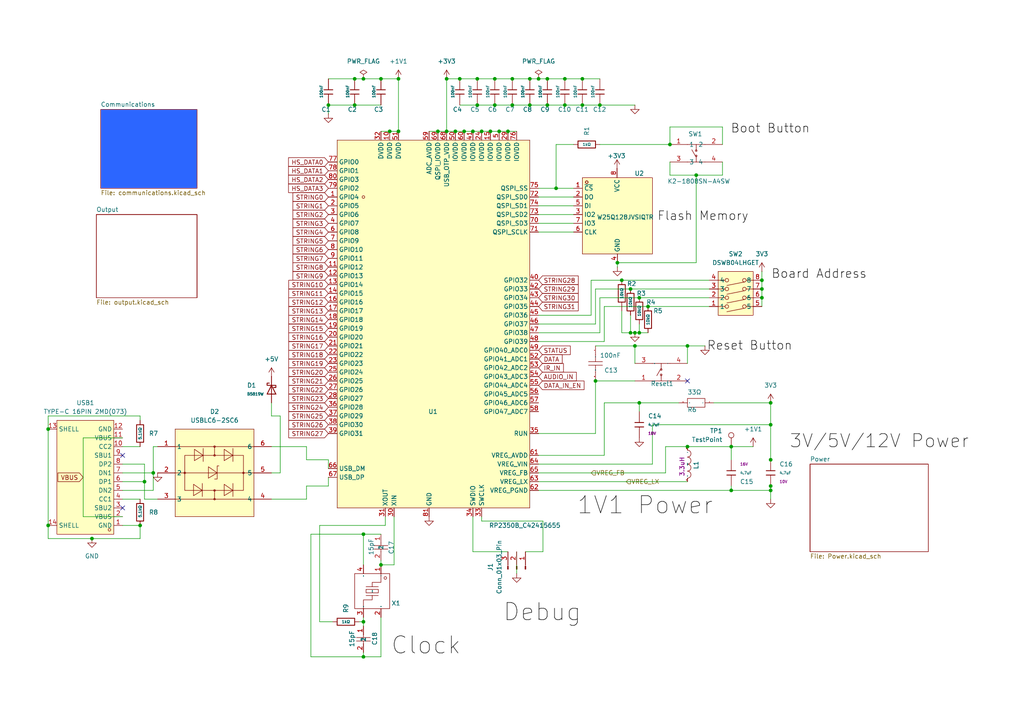
<source format=kicad_sch>
(kicad_sch (version 20250114) (generator "eeschema") (generator_version "9.0")
  (paper "A4")
  (text "Reset Button\n" (at 229.87 101.854 0) (effects (font (size 2.54 2.54)) (justify right bottom)))
  (text "Debug" (at 145.796 180.594 0) (effects (font (size 4.9784 4.9784)) (justify left bottom)))
  (text "Board Address" (at 251.46 81.026 0) (effects (font (size 2.54 2.54)) (justify right bottom)))
  (text "Boot Button\n" (at 234.95 38.862 0) (effects (font (size 2.54 2.54)) (justify right bottom)))
  (text "Clock" (at 113.284 190.246 0) (effects (font (size 4.9784 4.9784)) (justify left bottom)))
  (text "3V/5V/12V Power\n" (at 281.178 130.302 0) (effects (font (size 3.81 3.81)) (justify right bottom)))
  (text "Flash Memory" (at 217.17 64.262 0) (effects (font (size 2.54 2.54)) (justify right bottom)))
  (text "1V1 Power\n" (at 207.01 149.606 0) (effects (font (size 4.9784 4.9784)) (justify right bottom)))
  (junction (at 220.98 81.28))
  (junction (at 148.59 22.86))
  (junction (at 102.87 22.86))
  (junction (at 199.39 129.54))
  (junction (at 173.99 30.48))
  (junction (at 142.24 38.1))
  (junction (at 161.29 54.61))
  (junction (at 212.09 129.54))
  (junction (at 223.52 133.35))
  (junction (at 163.83 30.48))
  (junction (at 102.87 30.48))
  (junction (at 158.75 22.86))
  (junction (at 110.49 22.86))
  (junction (at 133.35 22.86))
  (junction (at 139.7 38.1))
  (junction (at 13.97 152.4))
  (junction (at 127 38.1))
  (junction (at 105.41 180.34))
  (junction (at 143.51 30.48))
  (junction (at 148.59 30.48))
  (junction (at 223.52 140.97))
  (junction (at 168.91 22.86))
  (junction (at 180.34 81.28))
  (junction (at 138.43 30.48))
  (junction (at 13.97 124.46))
  (junction (at 220.98 83.82))
  (junction (at 115.57 22.86))
  (junction (at 223.52 123.19))
  (junction (at 212.09 142.24))
  (junction (at 185.42 116.84))
  (junction (at 105.41 154.94))
  (junction (at 185.42 96.52))
  (junction (at 113.03 38.1))
  (junction (at 105.41 22.86))
  (junction (at 220.98 86.36))
  (junction (at 223.52 116.84))
  (junction (at 144.78 38.1))
  (junction (at 138.43 22.86))
  (junction (at 201.93 50.8))
  (junction (at 147.32 38.1))
  (junction (at 156.21 22.86))
  (junction (at 134.62 38.1))
  (junction (at 223.52 142.24))
  (junction (at 129.54 38.1))
  (junction (at 168.91 30.48))
  (junction (at 194.31 41.91))
  (junction (at 95.25 30.48))
  (junction (at 137.16 38.1))
  (junction (at 129.54 22.86))
  (junction (at 185.42 86.36))
  (junction (at 105.41 190.5))
  (junction (at 182.88 83.82))
  (junction (at 110.49 163.83))
  (junction (at 158.75 30.48))
  (junction (at 153.67 30.48))
  (junction (at 179.07 76.2))
  (junction (at 115.57 38.1))
  (junction (at 184.15 100.33))
  (junction (at 153.67 22.86))
  (junction (at 132.08 38.1))
  (junction (at 172.72 110.49))
  (junction (at 199.39 100.33))
  (junction (at 40.64 152.4))
  (junction (at 41.91 139.7))
  (junction (at 187.96 88.9))
  (junction (at 26.67 156.21))
  (junction (at 182.88 96.52))
  (junction (at 163.83 22.86))
  (junction (at 143.51 22.86))
  (junction (at 44.45 137.16))
  (junction (at 184.15 96.52))
  (no_connect (at 35.56 132.08))
  (no_connect (at 35.56 147.32))
  (no_connect (at 199.39 110.49))
  (wire (pts (xy 201.93 76.2) (xy 179.07 76.2)))
  (wire (pts (xy 40.64 152.4) (xy 40.64 156.21)))
  (wire (pts (xy 185.42 119.38) (xy 185.42 116.84)))
  (wire (pts (xy 35.56 127) (xy 24.13 127)))
  (wire (pts (xy 35.56 152.4) (xy 40.64 152.4)))
  (wire (pts (xy 88.9 140.97) (xy 88.9 144.78)))
  (wire (pts (xy 95.25 133.35) (xy 95.25 135.89)))
  (wire (pts (xy 182.88 91.44) (xy 182.88 96.52)))
  (wire (pts (xy 156.21 134.62) (xy 189.23 134.62)))
  (wire (pts (xy 24.13 149.86) (xy 35.56 149.86)))
  (wire (pts (xy 13.97 120.65) (xy 13.97 124.46)))
  (wire (pts (xy 157.48 151.13) (xy 157.48 160.02)))
  (wire (pts (xy 166.37 57.15) (xy 156.21 57.15)))
  (wire (pts (xy 163.83 22.86) (xy 168.91 22.86)))
  (wire (pts (xy 156.21 93.98) (xy 172.72 93.98)))
  (wire (pts (xy 194.31 50.8) (xy 201.93 50.8)))
  (wire (pts (xy 148.59 30.48) (xy 153.67 30.48)))
  (wire (pts (xy 194.31 36.83) (xy 209.55 36.83)))
  (wire (pts (xy 105.41 154.94) (xy 110.49 154.94)))
  (wire (pts (xy 139.7 151.13) (xy 157.48 151.13)))
  (wire (pts (xy 220.98 86.36) (xy 220.98 88.9)))
  (wire (pts (xy 171.45 91.44) (xy 171.45 81.28)))
  (wire (pts (xy 44.45 137.16) (xy 35.56 137.16)))
  (wire (pts (xy 110.49 163.83) (xy 114.3 163.83)))
  (wire (pts (xy 193.04 137.16) (xy 193.04 129.54)))
  (wire (pts (xy 220.98 81.28) (xy 220.98 83.82)))
  (wire (pts (xy 105.41 180.34) (xy 105.41 181.61)))
  (wire (pts (xy 143.51 22.86) (xy 148.59 22.86)))
  (wire (pts (xy 142.24 38.1) (xy 144.78 38.1)))
  (wire (pts (xy 180.34 90.17) (xy 180.34 96.52)))
  (wire (pts (xy 45.72 144.78) (xy 41.91 144.78)))
  (wire (pts (xy 223.52 123.19) (xy 223.52 133.35)))
  (wire (pts (xy 13.97 120.65) (xy 40.64 120.65)))
  (wire (pts (xy 158.75 30.48) (xy 163.83 30.48)))
  (wire (pts (xy 166.37 62.23) (xy 156.21 62.23)))
  (wire (pts (xy 95.25 33.02) (xy 95.25 30.48)))
  (wire (pts (xy 110.49 190.5) (xy 110.49 179.07)))
  (wire (pts (xy 223.52 142.24) (xy 212.09 142.24)))
  (wire (pts (xy 41.91 134.62) (xy 35.56 134.62)))
  (wire (pts (xy 175.26 99.06) (xy 175.26 88.9)))
  (wire (pts (xy 201.93 50.8) (xy 209.55 50.8)))
  (wire (pts (xy 40.64 120.65) (xy 40.64 121.92)))
  (wire (pts (xy 13.97 156.21) (xy 13.97 152.4)))
  (wire (pts (xy 209.55 36.83) (xy 209.55 41.91)))
  (wire (pts (xy 95.25 140.97) (xy 88.9 140.97)))
  (wire (pts (xy 166.37 59.69) (xy 156.21 59.69)))
  (wire (pts (xy 26.67 156.21) (xy 13.97 156.21)))
  (wire (pts (xy 78.74 116.84) (xy 78.74 120.65)))
  (wire (pts (xy 173.99 96.52) (xy 156.21 96.52)))
  (wire (pts (xy 81.28 137.16) (xy 81.28 120.65)))
  (wire (pts (xy 124.46 38.1) (xy 127 38.1)))
  (wire (pts (xy 223.52 116.84) (xy 207.01 116.84)))
  (wire (pts (xy 158.75 22.86) (xy 163.83 22.86)))
  (wire (pts (xy 90.17 154.94) (xy 105.41 154.94)))
  (wire (pts (xy 143.51 30.48) (xy 148.59 30.48)))
  (wire (pts (xy 212.09 133.35) (xy 212.09 129.54)))
  (wire (pts (xy 132.08 38.1) (xy 134.62 38.1)))
  (wire (pts (xy 78.74 137.16) (xy 81.28 137.16)))
  (wire (pts (xy 45.72 129.54) (xy 44.45 129.54)))
  (wire (pts (xy 102.87 22.86) (xy 105.41 22.86)))
  (wire (pts (xy 173.99 30.48) (xy 184.15 30.48)))
  (wire (pts (xy 111.76 152.4) (xy 111.76 149.86)))
  (wire (pts (xy 95.25 140.97) (xy 95.25 138.43)))
  (wire (pts (xy 175.26 116.84) (xy 185.42 116.84)))
  (wire (pts (xy 138.43 30.48) (xy 143.51 30.48)))
  (wire (pts (xy 35.56 142.24) (xy 44.45 142.24)))
  (wire (pts (xy 114.3 163.83) (xy 114.3 149.86)))
  (wire (pts (xy 205.74 86.36) (xy 185.42 86.36)))
  (wire (pts (xy 179.07 77.47) (xy 179.07 76.2)))
  (wire (pts (xy 90.17 190.5) (xy 105.41 190.5)))
  (wire (pts (xy 149.86 166.37) (xy 149.86 160.02)))
  (wire (pts (xy 172.72 93.98) (xy 172.72 83.82)))
  (wire (pts (xy 129.54 38.1) (xy 129.54 22.86)))
  (wire (pts (xy 173.99 41.91) (xy 194.31 41.91)))
  (wire (pts (xy 105.41 180.34) (xy 105.41 179.07)))
  (wire (pts (xy 147.32 38.1) (xy 149.86 38.1)))
  (wire (pts (xy 168.91 22.86) (xy 173.99 22.86)))
  (wire (pts (xy 180.34 81.28) (xy 205.74 81.28)))
  (wire (pts (xy 137.16 160.02) (xy 137.16 149.86)))
  (wire (pts (xy 223.52 142.24) (xy 223.52 144.78)))
  (wire (pts (xy 212.09 140.97) (xy 212.09 142.24)))
  (wire (pts (xy 156.21 142.24) (xy 212.09 142.24)))
  (wire (pts (xy 95.25 30.48) (xy 102.87 30.48)))
  (wire (pts (xy 113.03 38.1) (xy 115.57 38.1)))
  (wire (pts (xy 35.56 129.54) (xy 40.64 129.54)))
  (wire (pts (xy 41.91 139.7) (xy 41.91 134.62)))
  (wire (pts (xy 156.21 125.73) (xy 172.72 125.73)))
  (wire (pts (xy 156.21 139.7) (xy 199.39 139.7)))
  (wire (pts (xy 153.67 30.48) (xy 158.75 30.48)))
  (wire (pts (xy 184.15 100.33) (xy 172.72 100.33)))
  (wire (pts (xy 133.35 30.48) (xy 138.43 30.48)))
  (wire (pts (xy 182.88 83.82) (xy 205.74 83.82)))
  (wire (pts (xy 147.32 160.02) (xy 137.16 160.02)))
  (wire (pts (xy 88.9 133.35) (xy 88.9 129.54)))
  (wire (pts (xy 134.62 38.1) (xy 137.16 38.1)))
  (wire (pts (xy 92.71 180.34) (xy 96.52 180.34)))
  (wire (pts (xy 139.7 38.1) (xy 142.24 38.1)))
  (wire (pts (xy 204.47 100.33) (xy 199.39 100.33)))
  (wire (pts (xy 185.42 116.84) (xy 196.85 116.84)))
  (wire (pts (xy 161.29 41.91) (xy 161.29 54.61)))
  (wire (pts (xy 105.41 154.94) (xy 105.41 163.83)))
  (wire (pts (xy 44.45 137.16) (xy 44.45 142.24)))
  (wire (pts (xy 105.41 190.5) (xy 110.49 190.5)))
  (wire (pts (xy 110.49 163.83) (xy 110.49 162.56)))
  (wire (pts (xy 212.09 129.54) (xy 199.39 129.54)))
  (wire (pts (xy 194.31 46.99) (xy 194.31 50.8)))
  (wire (pts (xy 184.15 105.41) (xy 184.15 100.33)))
  (wire (pts (xy 137.16 38.1) (xy 139.7 38.1)))
  (wire (pts (xy 166.37 64.77) (xy 156.21 64.77)))
  (wire (pts (xy 201.93 50.8) (xy 201.93 76.2)))
  (wire (pts (xy 41.91 144.78) (xy 41.91 139.7)))
  (wire (pts (xy 185.42 93.98) (xy 185.42 96.52)))
  (wire (pts (xy 220.98 83.82) (xy 220.98 86.36)))
  (wire (pts (xy 182.88 96.52) (xy 184.15 96.52)))
  (wire (pts (xy 102.87 30.48) (xy 110.49 30.48)))
  (wire (pts (xy 110.49 22.86) (xy 115.57 22.86)))
  (wire (pts (xy 161.29 41.91) (xy 166.37 41.91)))
  (wire (pts (xy 105.41 22.86) (xy 110.49 22.86)))
  (wire (pts (xy 157.48 160.02) (xy 152.4 160.02)))
  (wire (pts (xy 44.45 129.54) (xy 44.45 137.16)))
  (wire (pts (xy 139.7 151.13) (xy 139.7 149.86)))
  (wire (pts (xy 95.25 22.86) (xy 102.87 22.86)))
  (wire (pts (xy 175.26 132.08) (xy 175.26 116.84)))
  (wire (pts (xy 175.26 88.9) (xy 187.96 88.9)))
  (wire (pts (xy 129.54 22.86) (xy 133.35 22.86)))
  (wire (pts (xy 129.54 38.1) (xy 132.08 38.1)))
  (wire (pts (xy 156.21 99.06) (xy 175.26 99.06)))
  (wire (pts (xy 92.71 180.34) (xy 92.71 152.4)))
  (wire (pts (xy 138.43 22.86) (xy 143.51 22.86)))
  (wire (pts (xy 144.78 38.1) (xy 147.32 38.1)))
  (wire (pts (xy 223.52 133.35) (xy 223.52 133.3754)))
  (wire (pts (xy 223.52 116.84) (xy 223.52 123.19)))
  (wire (pts (xy 184.15 110.49) (xy 172.72 110.49)))
  (wire (pts (xy 81.28 120.65) (xy 78.74 120.65)))
  (wire (pts (xy 218.44 129.54) (xy 212.09 129.54)))
  (wire (pts (xy 163.83 30.48) (xy 168.91 30.48)))
  (wire (pts (xy 172.72 110.49) (xy 172.72 125.73)))
  (wire (pts (xy 185.42 96.52) (xy 187.96 96.52)))
  (wire (pts (xy 156.21 137.16) (xy 193.04 137.16)))
  (wire (pts (xy 41.91 139.7) (xy 35.56 139.7)))
  (wire (pts (xy 180.34 96.52) (xy 182.88 96.52)))
  (wire (pts (xy 88.9 144.78) (xy 78.74 144.78)))
  (wire (pts (xy 110.49 38.1) (xy 113.03 38.1)))
  (wire (pts (xy 127 38.1) (xy 129.54 38.1)))
  (wire (pts (xy 166.37 67.31) (xy 156.21 67.31)))
  (wire (pts (xy 161.29 54.61) (xy 166.37 54.61)))
  (wire (pts (xy 148.59 22.86) (xy 153.67 22.86)))
  (wire (pts (xy 24.13 127) (xy 24.13 149.86)))
  (wire (pts (xy 153.67 22.86) (xy 156.21 22.86)))
  (wire (pts (xy 189.23 134.62) (xy 189.23 123.19)))
  (wire (pts (xy 40.64 156.21) (xy 26.67 156.21)))
  (wire (pts (xy 115.57 38.1) (xy 115.57 22.86)))
  (wire (pts (xy 104.14 180.34) (xy 105.41 180.34)))
  (wire (pts (xy 223.52 140.97) (xy 223.52 142.24)))
  (wire (pts (xy 173.99 86.36) (xy 173.99 96.52)))
  (wire (pts (xy 194.31 36.83) (xy 194.31 41.91)))
  (wire (pts (xy 95.25 133.35) (xy 88.9 133.35)))
  (wire (pts (xy 185.42 86.36) (xy 173.99 86.36)))
  (wire (pts (xy 223.52 140.9446) (xy 223.52 140.97)))
  (wire (pts (xy 13.97 152.4) (xy 13.97 124.46)))
  (wire (pts (xy 171.45 81.28) (xy 180.34 81.28)))
  (wire (pts (xy 223.52 123.19) (xy 189.23 123.19)))
  (wire (pts (xy 35.56 144.78) (xy 40.64 144.78)))
  (wire (pts (xy 133.35 22.86) (xy 138.43 22.86)))
  (wire (pts (xy 168.91 30.48) (xy 173.99 30.48)))
  (wire (pts (xy 209.55 50.8) (xy 209.55 46.99)))
  (wire (pts (xy 199.39 105.41) (xy 199.39 100.33)))
  (wire (pts (xy 187.96 88.9) (xy 205.74 88.9)))
  (wire (pts (xy 90.17 190.5) (xy 90.17 154.94)))
  (wire (pts (xy 184.15 96.52) (xy 185.42 96.52)))
  (wire (pts (xy 172.72 83.82) (xy 182.88 83.82)))
  (wire (pts (xy 156.21 132.08) (xy 175.26 132.08)))
  (wire (pts (xy 199.39 129.54) (xy 193.04 129.54)))
  (wire (pts (xy 156.21 22.86) (xy 158.75 22.86)))
  (wire (pts (xy 199.39 100.33) (xy 184.15 100.33)))
  (wire (pts (xy 156.21 91.44) (xy 171.45 91.44)))
  (wire (pts (xy 220.98 78.74) (xy 220.98 81.28)))
  (wire (pts (xy 88.9 129.54) (xy 78.74 129.54)))
  (wire (pts (xy 161.29 54.61) (xy 156.21 54.61)))
  (wire (pts (xy 92.71 152.4) (xy 111.76 152.4)))
  (wire (pts (xy 105.41 190.5) (xy 105.41 189.23)))
  (global_label "STRING8" (shape input) (at 95.25 77.47 180) (property "Intersheetrefs" "${INTERSHEET_REFS}" (effects (hide yes))))
  (global_label "STRING1" (shape input) (at 95.25 59.69 180) (property "Intersheetrefs" "${INTERSHEET_REFS}" (effects (hide yes))))
  (global_label "STRING25" (shape input) (at 95.25 120.65 180) (property "Intersheetrefs" "${INTERSHEET_REFS}" (effects (hide yes))))
  (global_label "STRING4" (shape input) (at 95.25 67.31 180) (property "Intersheetrefs" "${INTERSHEET_REFS}" (effects (hide yes))))
  (global_label "STRING12" (shape input) (at 95.25 87.63 180) (property "Intersheetrefs" "${INTERSHEET_REFS}" (effects (hide yes))))
  (global_label "STRING3" (shape input) (at 95.25 64.77 180) (property "Intersheetrefs" "${INTERSHEET_REFS}" (effects (hide yes))))
  (global_label "STRING11" (shape input) (at 95.25 85.09 180) (property "Intersheetrefs" "${INTERSHEET_REFS}" (effects (hide yes))))
  (global_label "HS_DATA3" (shape input) (at 95.25 54.61 180) (property "Intersheetrefs" "${INTERSHEET_REFS}" (effects (hide yes))))
  (global_label "STRING9" (shape input) (at 95.25 80.01 180) (property "Intersheetrefs" "${INTERSHEET_REFS}" (effects (hide yes))))
  (global_label "STRING18" (shape input) (at 95.25 102.87 180) (property "Intersheetrefs" "${INTERSHEET_REFS}" (effects (hide yes))))
  (global_label "STRING22" (shape input) (at 95.25 113.03 180) (property "Intersheetrefs" "${INTERSHEET_REFS}" (effects (hide yes))))
  (global_label "HS_DATA1" (shape input) (at 95.25 49.53 180) (property "Intersheetrefs" "${INTERSHEET_REFS}" (effects (hide yes))))
  (global_label "STRING0" (shape input) (at 95.25 57.15 180) (property "Intersheetrefs" "${INTERSHEET_REFS}" (effects (hide yes))))
  (global_label "STRING21" (shape input) (at 95.25 110.49 180) (property "Intersheetrefs" "${INTERSHEET_REFS}" (effects (hide yes))))
  (global_label "STRING19" (shape input) (at 95.25 105.41 180) (property "Intersheetrefs" "${INTERSHEET_REFS}" (effects (hide yes))))
  (global_label "AUDIO_IN" (shape input) (at 156.21 109.22 0) (property "Intersheetrefs" "${INTERSHEET_REFS}" (effects (hide yes))))
  (global_label "STRING16" (shape input) (at 95.25 97.79 180) (property "Intersheetrefs" "${INTERSHEET_REFS}" (effects (hide yes))))
  (global_label "STRING13" (shape input) (at 95.25 90.17 180) (property "Intersheetrefs" "${INTERSHEET_REFS}" (effects (hide yes))))
  (global_label "STRING15" (shape input) (at 95.25 95.25 180) (property "Intersheetrefs" "${INTERSHEET_REFS}" (effects (hide yes))))
  (global_label "STRING20" (shape input) (at 95.25 107.95 180) (property "Intersheetrefs" "${INTERSHEET_REFS}" (effects (hide yes))))
  (global_label "STRING17" (shape input) (at 95.25 100.33 180) (property "Intersheetrefs" "${INTERSHEET_REFS}" (effects (hide yes))))
  (global_label "STRING30" (shape input) (at 156.21 86.36 0) (property "Intersheetrefs" "${INTERSHEET_REFS}" (effects (hide yes))))
  (global_label "STRING31" (shape input) (at 156.21 88.9 0) (property "Intersheetrefs" "${INTERSHEET_REFS}" (effects (hide yes))))
  (global_label "HS_DATA2" (shape input) (at 95.25 52.07 180) (property "Intersheetrefs" "${INTERSHEET_REFS}" (effects (hide yes))))
  (global_label "STRING10" (shape input) (at 95.25 82.55 180) (property "Intersheetrefs" "${INTERSHEET_REFS}" (effects (hide yes))))
  (global_label "STRING5" (shape input) (at 95.25 69.85 180) (property "Intersheetrefs" "${INTERSHEET_REFS}" (effects (hide yes))))
  (global_label "STRING28" (shape input) (at 156.21 81.28 0) (property "Intersheetrefs" "${INTERSHEET_REFS}" (effects (hide yes))))
  (global_label "STRING6" (shape input) (at 95.25 72.39 180) (property "Intersheetrefs" "${INTERSHEET_REFS}" (effects (hide yes))))
  (global_label "STRING14" (shape input) (at 95.25 92.71 180) (property "Intersheetrefs" "${INTERSHEET_REFS}" (effects (hide yes))))
  (global_label "VBUS" (shape input) (at 24.13 138.43 180) (property "Intersheetrefs" "${INTERSHEET_REFS}" (effects (hide yes))))
  (global_label "STRING24" (shape input) (at 95.25 118.11 180) (property "Intersheetrefs" "${INTERSHEET_REFS}" (effects (hide yes))))
  (global_label "DATA" (shape input) (at 156.21 104.14 0) (property "Intersheetrefs" "${INTERSHEET_REFS}" (effects (hide yes))))
  (global_label "STRING26" (shape input) (at 95.25 123.19 180) (property "Intersheetrefs" "${INTERSHEET_REFS}" (effects (hide yes))))
  (global_label "IR_IN" (shape input) (at 156.21 106.68 0) (property "Intersheetrefs" "${INTERSHEET_REFS}" (effects (hide yes))))
  (global_label "STRING29" (shape input) (at 156.21 83.82 0) (property "Intersheetrefs" "${INTERSHEET_REFS}" (effects (hide yes))))
  (global_label "STRING23" (shape input) (at 95.25 115.57 180) (property "Intersheetrefs" "${INTERSHEET_REFS}" (effects (hide yes))))
  (global_label "STRING7" (shape input) (at 95.25 74.93 180) (property "Intersheetrefs" "${INTERSHEET_REFS}" (effects (hide yes))))
  (global_label "STRING27" (shape input) (at 95.25 125.73 180) (property "Intersheetrefs" "${INTERSHEET_REFS}" (effects (hide yes))))
  (global_label "DATA_IN_EN" (shape input) (at 156.21 111.76 0) (property "Intersheetrefs" "${INTERSHEET_REFS}" (effects (hide yes))))
  (global_label "HS_DATA0" (shape input) (at 95.25 46.99 180) (property "Intersheetrefs" "${INTERSHEET_REFS}" (effects (hide yes))))
  (global_label "STRING2" (shape input) (at 95.25 62.23 180) (property "Intersheetrefs" "${INTERSHEET_REFS}" (effects (hide yes))))
  (global_label "STATUS" (shape input) (at 156.21 101.6 0) (property "Intersheetrefs" "${INTERSHEET_REFS}" (effects (hide yes))))
  (hierarchical_label "VREG_FB" (shape input) (at 171.45 137.16 0))
  (hierarchical_label "VREG_LX" (shape input) (at 181.61 139.7 0))
  (symbol (lib_id "power:GND") (at 184.15 30.48 0) (unit 1)
    (property "Reference" "#PWR03" (effects (hide yes)))
    (property "Value" "GND" (effects (hide yes)))
    (property "Description" "Power symbol creates a global label with name \"GND\" , ground" (effects (hide yes)))
  )
  (symbol (lib_id "power:PWR_FLAG") (at 156.21 22.86 0) (unit 1)
    (property "Reference" "#FLG02" (effects (hide yes)))
    (property "Value" "PWR_FLAG" (at 156.21 17.78 0))
    (property "Description" "Special symbol for telling ERC where power comes from" (effects (hide yes)))
  )
  (symbol (lib_id "EasyEDA:RP2350B_C42415655") (at 125.73 81.28 0) (unit 1)
    (property "Reference" "U1" (at 124.206 119.38 0) (effects (justify left)))
    (property "Value" "RP2350B_C42415655" (at 141.8433 152.4 0) (effects (justify left)))
    (property "Footprint" "EasyEDA:QFN-80_L10.0-W10.0-P0.40-TL-EP3.4" (effects (hide yes)))
    (property "LCSC Part" "C42415655" (effects (hide yes)))
  )
  (symbol (lib_id "power:+5V") (at 78.74 109.22 0) (unit 1)
    (property "Reference" "#PWR010" (effects (hide yes)))
    (property "Value" "+5V" (at 78.74 104.14 0))
    (property "Description" "Power symbol creates a global label with name \"+5V\"" (effects (hide yes)))
  )
  (symbol (lib_id "power:+3V3") (at 115.57 22.86 0) (unit 1)
    (property "Reference" "#PWR01" (effects (hide yes)))
    (property "Value" "+1V1" (at 115.57 17.78 0))
    (property "Description" "Power symbol creates a global label with name \"+3V3\"" (effects (hide yes)))
  )
  (symbol (lib_id "power:GND") (at 45.72 137.16 0) (unit 1)
    (property "Reference" "#PWR014" (effects (hide yes)))
    (property "Value" "GND" (effects (hide yes)))
    (property "Description" "Power symbol creates a global label with name \"GND\" , ground" (effects (hide yes)))
  )
  (symbol (lib_id "PCM_JLCPCB-Resistors:0603,10kΩ") (at 182.88 87.63 0) (unit 1)
    (property "Reference" "R3" (at 184.658 85.09 0) (effects (justify left)))
    (property "Value" "10kΩ" (at 182.88 87.63 90) (effects (font (size 0.8 0.8))))
    (property "Footprint" "PCM_JLCPCB:R_0603" (effects (hide yes)))
    (property "Datasheet" "https://www.lcsc.com/datasheet/lcsc_datasheet_2206010045_UNI-ROYAL-Uniroyal-Elec-0603WAF1002T5E_C25804.pdf" (effects (hide yes)))
    (property "Description" "100mW Thick Film Resistors 75V ±100ppm/°C ±1% 10kΩ 0603 Chip Resistor - Surface Mount ROHS" (effects (hide yes)))
    (property "LCSC" "C25804" (effects (hide yes)))
    (property "Stock" "37200143" (effects (hide yes)))
    (property "Price" "0.004USD" (effects (hide yes)))
    (property "Process" "SMT" (effects (hide yes)))
    (property "Minimum Qty" "20" (effects (hide yes)))
    (property "Attrition Qty" "10" (effects (hide yes)))
    (property "Class" "Basic Component" (effects (hide yes)))
    (property "Category" "Resistors,Chip Resistor - Surface Mount" (effects (hide yes)))
    (property "Manufacturer" "UNI-ROYAL(Uniroyal Elec)" (effects (hide yes)))
    (property "Part" "0603WAF1002T5E" (effects (hide yes)))
    (property "Resistance" "10kΩ" (effects (hide yes)))
    (property "Power(Watts)" "100mW" (effects (hide yes)))
    (property "Type" "Thick Film Resistors" (effects (hide yes)))
    (property "Overload Voltage (Max)" "75V" (effects (hide yes)))
    (property "Operating Temperature Range" "-55°C~+155°C" (effects (hide yes)))
    (property "Tolerance" "±1%" (effects (hide yes)))
    (property "Temperature Coefficient" "±100ppm/°C" (effects (hide yes)))
  )
  (symbol (lib_id "PCM_JLCPCB-Capacitors:0402,100nF") (at 168.91 26.67 0) (unit 1)
    (property "Reference" "C11" (at 166.878 31.75 0) (effects (justify left)))
    (property "Value" "100nF" (at 166.878 28.448 90) (effects (font (size 0.8 0.8)) (justify left)))
    (property "Footprint" "PCM_JLCPCB:C_0402" (effects (hide yes)))
    (property "Datasheet" "https://www.lcsc.com/datasheet/lcsc_datasheet_2304140030_Samsung-Electro-Mechanics-CL05B104KO5NNNC_C1525.pdf" (effects (hide yes)))
    (property "Description" "16V 100nF X7R ±10% 0402 Multilayer Ceramic Capacitors MLCC - SMD/SMT ROHS" (effects (hide yes)))
    (property "LCSC" "C1525" (effects (hide yes)))
    (property "Stock" "16712941" (effects (hide yes)))
    (property "Price" "0.004USD" (effects (hide yes)))
    (property "Process" "SMT" (effects (hide yes)))
    (property "Minimum Qty" "20" (effects (hide yes)))
    (property "Attrition Qty" "10" (effects (hide yes)))
    (property "Class" "Basic Component" (effects (hide yes)))
    (property "Category" "Capacitors,Multilayer Ceramic Capacitors MLCC - SMD/SMT" (effects (hide yes)))
    (property "Manufacturer" "Samsung Electro-Mechanics" (effects (hide yes)))
    (property "Part" "CL05B104KO5NNNC" (effects (hide yes)))
    (property "Voltage Rated" "16V" (effects (hide yes)))
    (property "Tolerance" "±10%" (effects (hide yes)))
    (property "Capacitance" "100nF" (effects (hide yes)))
    (property "Temperature Coefficient" "X7R" (effects (hide yes)))
  )
  (symbol (lib_id "power:GND") (at 124.46 149.86 0) (unit 1)
    (property "Reference" "#PWR016" (effects (hide yes)))
    (property "Value" "GND" (effects (hide yes)))
    (property "Description" "Power symbol creates a global label with name \"GND\" , ground" (effects (hide yes)))
  )
  (symbol (lib_id "ProPrj_RP2-easyedapro:UMK105B7104KVHF") (at 172.72 105.41 0) (mirror x) (unit 1)
    (property "Reference" "C13" (at 175.26 106.68 0) (effects (justify left bottom)))
    (property "Value" "100nF" (at 173.99 102.362 0) (effects (justify left bottom)))
    (property "Footprint" "EasyEDA:C0402" (effects (hide yes)))
    (property "Datasheet" "https://atta.szlcsc.com/upload/public/pdf/source/20180910/C282072_33301C7F631E79921B82A8DAC6BCC5B3.pdf" (effects (hide yes)))
    (property "Description" "Capacitance:100nF Tolerance:±10% Tolerance:±10% Voltage Rating:50V Temperature Coefficient:X7R" (effects (hide yes)))
    (property "Manufacturer Part" "CC0603KRX7R9BB104" (effects (hide yes)))
    (property "Manufacturer" "YAGEO(国巨)" (effects (hide yes)))
    (property "Supplier Part" "C14663" (effects (hide yes)))
    (property "Supplier" "LCSC" (effects (hide yes)))
    (property "LCSC Part Name" "100nF ±10% 50V" (effects (hide yes)))
    (property "Temperature Coefficient" "X7R" (effects (hide yes)))
    (property "Voltage Rating" "50V" (effects (hide yes)))
    (property "LCSC" "C14663" (effects (hide yes)))
  )
  (symbol (lib_id "power:GND") (at 223.52 144.78 0) (mirror y) (unit 1)
    (property "Reference" "#PWR015" (effects (hide yes)))
    (property "Value" "GND" (effects (hide yes)))
    (property "Description" "Power symbol creates a global label with name \"GND\" , ground" (effects (hide yes)))
  )
  (symbol (lib_id "PCM_JLCPCB-Resistors:0402,5.1kΩ") (at 40.64 125.73 0) (unit 1)
    (property "Reference" "R7" (at 43.18 125.7299 0) (effects (justify left)))
    (property "Value" "5.1kΩ" (at 40.64 125.73 90) (effects (font (size 0.8 0.8))))
    (property "Footprint" "PCM_JLCPCB:R_0402" (effects (hide yes)))
    (property "Datasheet" "https://www.lcsc.com/datasheet/lcsc_datasheet_2206010045_UNI-ROYAL-Uniroyal-Elec-0402WGF5101TCE_C25905.pdf" (effects (hide yes)))
    (property "Description" "62.5mW Thick Film Resistors 50V ±100ppm/°C ±1% 5.1kΩ 0402 Chip Resistor - Surface Mount ROHS" (effects (hide yes)))
    (property "LCSC" "C25905" (effects (hide yes)))
    (property "Stock" "1989401" (effects (hide yes)))
    (property "Price" "0.004USD" (effects (hide yes)))
    (property "Process" "SMT" (effects (hide yes)))
    (property "Minimum Qty" "20" (effects (hide yes)))
    (property "Attrition Qty" "10" (effects (hide yes)))
    (property "Class" "Basic Component" (effects (hide yes)))
    (property "Category" "Resistors,Chip Resistor - Surface Mount" (effects (hide yes)))
    (property "Manufacturer" "UNI-ROYAL(Uniroyal Elec)" (effects (hide yes)))
    (property "Part" "0402WGF5101TCE" (effects (hide yes)))
    (property "Resistance" "5.1kΩ" (effects (hide yes)))
    (property "Power(Watts)" "62.5mW" (effects (hide yes)))
    (property "Type" "Thick Film Resistors" (effects (hide yes)))
    (property "Overload Voltage (Max)" "50V" (effects (hide yes)))
    (property "Operating Temperature Range" "-55°C~+155°C" (effects (hide yes)))
    (property "Tolerance" "±1%" (effects (hide yes)))
    (property "Temperature Coefficient" "±100ppm/°C" (effects (hide yes)))
  )
  (symbol (lib_id "power:GND") (at 149.86 166.37 0) (unit 1)
    (property "Reference" "#PWR018" (effects (hide yes)))
    (property "Value" "GND" (effects (hide yes)))
    (property "Description" "Power symbol creates a global label with name \"GND\" , ground" (effects (hide yes)))
  )
  (symbol (lib_id "EasyEDA:0402CG150J500NT") (at 110.49 158.75 90) (mirror x) (unit 1)
    (property "Reference" "C17" (at 112.776 160.782 0) (effects (justify right top)))
    (property "Value" "15pF" (at 106.934 161.036 0) (effects (justify right top)))
    (property "Footprint" "EasyEDA:C0402" (effects (hide yes)))
    (property "Datasheet" "https://lcsc.com/product-detail/Multilayer-Ceramic-Capacitors-MLCC-SMD-SMT_15pF-150-5-50V_C1548.html" (effects (hide yes)))
    (property "Description" "Capacitance: Tolerance:±5% Tolerance:±5% Voltage Rated: Temperature Coefficient:" (effects (hide yes)))
    (property "Manufacturer Part" "0402CG150J500NT" (effects (hide yes)))
    (property "Manufacturer" "FH(风华)" (effects (hide yes)))
    (property "Supplier Part" "C1548" (effects (hide yes)))
    (property "Supplier" "LCSC" (effects (hide yes)))
    (property "LCSC Part Name" "15pF ±5% 50V" (effects (hide yes)))
    (property "LCSC" "C1548" (effects (hide yes)))
    (property "LCSC Part" "C1548" (effects (hide yes)))
  )
  (symbol (lib_id "PCM_JLCPCB-Capacitors:0402,100nF") (at 110.49 26.67 0) (unit 1)
    (property "Reference" "C3" (at 108.458 31.75 0) (effects (justify left)))
    (property "Value" "100nF" (at 108.458 28.448 90) (effects (font (size 0.8 0.8)) (justify left)))
    (property "Footprint" "PCM_JLCPCB:C_0402" (effects (hide yes)))
    (property "Datasheet" "https://www.lcsc.com/datasheet/lcsc_datasheet_2304140030_Samsung-Electro-Mechanics-CL05B104KO5NNNC_C1525.pdf" (effects (hide yes)))
    (property "Description" "16V 100nF X7R ±10% 0402 Multilayer Ceramic Capacitors MLCC - SMD/SMT ROHS" (effects (hide yes)))
    (property "LCSC" "C1525" (effects (hide yes)))
    (property "Stock" "16712941" (effects (hide yes)))
    (property "Price" "0.004USD" (effects (hide yes)))
    (property "Process" "SMT" (effects (hide yes)))
    (property "Minimum Qty" "20" (effects (hide yes)))
    (property "Attrition Qty" "10" (effects (hide yes)))
    (property "Class" "Basic Component" (effects (hide yes)))
    (property "Category" "Capacitors,Multilayer Ceramic Capacitors MLCC - SMD/SMT" (effects (hide yes)))
    (property "Manufacturer" "Samsung Electro-Mechanics" (effects (hide yes)))
    (property "Part" "CL05B104KO5NNNC" (effects (hide yes)))
    (property "Voltage Rated" "16V" (effects (hide yes)))
    (property "Tolerance" "±10%" (effects (hide yes)))
    (property "Capacitance" "100nF" (effects (hide yes)))
    (property "Temperature Coefficient" "X7R" (effects (hide yes)))
  )
  (symbol (lib_id "EasyEDA:K2-1808SN-A4SW") (at 201.93 44.45 0) (unit 1)
    (property "Reference" "SW1" (at 201.676 38.862 0))
    (property "Value" "K2-1808SN-A4SW" (at 202.692 52.578 0))
    (property "Footprint" "EasyEDA:KEY-SMD_4P-L4.2-W3.2-P2.20-LS5.1-TL" (effects (hide yes)))
    (property "Datasheet" "https://lcsc.com/product-detail/Tactile-Switches_4-2mm-3-25mm_C92589.html" (effects (hide yes)))
    (property "LCSC Part" "C92589" (effects (hide yes)))
  )
  (symbol (lib_id "PCM_JLCPCB-Capacitors:0402,100nF") (at 133.35 26.67 0) (unit 1)
    (property "Reference" "C4" (at 131.318 31.75 0) (effects (justify left)))
    (property "Value" "100nF" (at 131.318 28.448 90) (effects (font (size 0.8 0.8)) (justify left)))
    (property "Footprint" "PCM_JLCPCB:C_0402" (effects (hide yes)))
    (property "Datasheet" "https://www.lcsc.com/datasheet/lcsc_datasheet_2304140030_Samsung-Electro-Mechanics-CL05B104KO5NNNC_C1525.pdf" (effects (hide yes)))
    (property "Description" "16V 100nF X7R ±10% 0402 Multilayer Ceramic Capacitors MLCC - SMD/SMT ROHS" (effects (hide yes)))
    (property "LCSC" "C1525" (effects (hide yes)))
    (property "Stock" "16712941" (effects (hide yes)))
    (property "Price" "0.004USD" (effects (hide yes)))
    (property "Process" "SMT" (effects (hide yes)))
    (property "Minimum Qty" "20" (effects (hide yes)))
    (property "Attrition Qty" "10" (effects (hide yes)))
    (property "Class" "Basic Component" (effects (hide yes)))
    (property "Category" "Capacitors,Multilayer Ceramic Capacitors MLCC - SMD/SMT" (effects (hide yes)))
    (property "Manufacturer" "Samsung Electro-Mechanics" (effects (hide yes)))
    (property "Part" "CL05B104KO5NNNC" (effects (hide yes)))
    (property "Voltage Rated" "16V" (effects (hide yes)))
    (property "Tolerance" "±10%" (effects (hide yes)))
    (property "Capacitance" "100nF" (effects (hide yes)))
    (property "Temperature Coefficient" "X7R" (effects (hide yes)))
  )
  (symbol (lib_id "power:GND") (at 204.47 100.33 0) (unit 1)
    (property "Reference" "#PWR09" (effects (hide yes)))
    (property "Value" "GND" (effects (hide yes)))
    (property "Description" "Power symbol creates a global label with name \"GND\" , ground" (effects (hide yes)))
  )
  (symbol (lib_id "power:+3V3") (at 220.98 78.74 0) (mirror y) (unit 1)
    (property "Reference" "#PWR07" (effects (hide yes)))
    (property "Value" "3V3" (at 220.98 73.66 0))
    (property "Description" "Power symbol creates a global label with name \"+3V3\"" (effects (hide yes)))
  )
  (symbol (lib_id "PCM_JLCPCB-Capacitors:0603,4.7uF") (at 212.09 137.16 0) (mirror x) (unit 1)
    (property "Reference" "C15" (at 214.63 139.7001 0) (effects (justify left)))
    (property "Value" "4.7uF" (at 214.63 137.16 0) (effects (font (size 0.8 0.8)) (justify left)))
    (property "Footprint" "PCM_JLCPCB:C_0603" (effects (hide yes)))
    (property "Datasheet" "https://www.lcsc.com/datasheet/lcsc_datasheet_2304140030_Samsung-Electro-Mechanics-CL10A475KO8NNNC_C19666.pdf" (effects (hide yes)))
    (property "Description" "16V 4.7uF X5R ±10% 0603 Multilayer Ceramic Capacitors MLCC - SMD/SMT ROHS" (effects (hide yes)))
    (property "LCSC" "C19666" (effects (hide yes)))
    (property "Stock" "2307833" (effects (hide yes)))
    (property "Price" "0.014USD" (effects (hide yes)))
    (property "Process" "SMT" (effects (hide yes)))
    (property "Minimum Qty" "20" (effects (hide yes)))
    (property "Attrition Qty" "10" (effects (hide yes)))
    (property "Class" "Basic Component" (effects (hide yes)))
    (property "Category" "Capacitors,Multilayer Ceramic Capacitors MLCC - SMD/SMT" (effects (hide yes)))
    (property "Manufacturer" "Samsung Electro-Mechanics" (effects (hide yes)))
    (property "Part" "CL10A475KO8NNNC" (effects (hide yes)))
    (property "Voltage Rated" "16V" (at 214.63 134.62 0) (effects (font (size 0.8 0.8)) (justify left)))
    (property "Tolerance" "±10%" (effects (hide yes)))
    (property "Capacitance" "4.7uF" (effects (hide yes)))
    (property "Temperature Coefficient" "X5R" (effects (hide yes)))
  )
  (symbol (lib_id "power:+1V1") (at 218.44 129.54 0) (unit 1)
    (property "Reference" "#PWR013" (effects (hide yes)))
    (property "Value" "+1V1" (at 218.44 124.46 0))
    (property "Description" "Power symbol creates a global label with name \"+1V1\"" (effects (hide yes)))
  )
  (symbol (lib_id "ProPrj_RP2-easyedapro:X252012MMB4SI-24") (at 107.95 171.45 90) (mirror x) (unit 1)
    (property "Reference" "X1" (at 113.538 174.244 90) (effects (justify right top)))
    (property "Value" "~" (at 107.95 171.45 0))
    (property "Footprint" "EasyEDA:CRYSTAL-SMD_4P-L3.2-W2.5-BL" (effects (hide yes)))
    (property "Datasheet" "https://atta.szlcsc.com/upload/public/pdf/source/20240227/A8BE43F636D80F75C9AF5C59EDF21E9A.pdf" (effects (hide yes)))
    (property "Manufacturer Part" "ABM8-272-T3" (effects (hide yes)))
    (property "Manufacturer" "ABRACON" (effects (hide yes)))
    (property "Supplier Part" "C20625731" (effects (hide yes)))
    (property "Supplier" "LCSC" (effects (hide yes)))
    (property "LCSC Part Name" "ABM8-272-T3" (effects (hide yes)))
    (property "LCSC" "C20625731" (effects (hide yes)))
  )
  (symbol (lib_id "EasyEDA:W25Q128JVSIQTR") (at 179.07 58.42 0) (unit 1)
    (property "Reference" "U2" (at 185.42 50.292 0))
    (property "Value" "W25Q128JVSIQTR" (at 181.356 62.992 0))
    (property "Footprint" "EasyEDA:SOIC-8_L5.3-W5.3-P1.27-LS8.0-BL" (effects (hide yes)))
    (property "Datasheet" "https://lcsc.com/product-detail/FLASH_W25Q128JVSIQTR_C97521.html" (effects (hide yes)))
    (property "LCSC Part" "C97521" (effects (hide yes)))
  )
  (symbol (lib_id "power:+3V3") (at 178.9647 48.8951 0) (unit 1)
    (property "Reference" "#PWR05" (effects (hide yes)))
    (property "Value" "+3V3" (at 178.816 45.212 0))
    (property "Description" "Power symbol creates a global label with name \"+3V3\"" (effects (hide yes)))
  )
  (symbol (lib_id "ProPrj_RP2-easyedapro:RT0402BRD0733RL") (at 201.93 116.84 0) (mirror y) (unit 1)
    (property "Reference" "R6" (at 199.39 118.11 0) (effects (justify right top)))
    (property "Value" "33Ω" (at 199.39 113.03 0) (effects (justify right top)))
    (property "Footprint" "EasyEDA:R0402" (effects (hide yes)))
    (property "Datasheet" "https://atta.szlcsc.com/upload/public/pdf/source/20200306/C422600_1E6D84923E4A46A82E41ADD87F860B5C.pdf" (effects (hide yes)))
    (property "Description" "Type:Thick Film Resistors Resistance:33Ω Tolerance:±1% Tolerance:±1% Power(Watts): Overload Voltage (Max): Temperature Coefficient:±100ppm/℃ Temperature Coefficient:±100ppm/℃ Operating Temperature Range:-55℃~+155℃ Operating Temperature Range:-55℃~+155℃" (effects (hide yes)))
    (property "Manufacturer Part" "0402WGF330JTCE" (effects (hide yes)))
    (property "Manufacturer" "UNI-ROYAL(厚声)" (effects (hide yes)))
    (property "Supplier Part" "C25105" (effects (hide yes)))
    (property "Supplier" "LCSC" (effects (hide yes)))
    (property "LCSC Part Name" "33Ω ±1% 62.5mW 厚膜电阻" (effects (hide yes)))
    (property "LCSC" "C25105" (effects (hide yes)))
  )
  (symbol (lib_id "PCM_JLCPCB-Capacitors:0402,100nF") (at 95.25 26.67 0) (unit 1)
    (property "Reference" "C1" (at 93.218 31.75 0) (effects (justify left)))
    (property "Value" "100nF" (at 93.218 28.448 90) (effects (font (size 0.8 0.8)) (justify left)))
    (property "Footprint" "PCM_JLCPCB:C_0402" (effects (hide yes)))
    (property "Datasheet" "https://www.lcsc.com/datasheet/lcsc_datasheet_2304140030_Samsung-Electro-Mechanics-CL05B104KO5NNNC_C1525.pdf" (effects (hide yes)))
    (property "Description" "16V 100nF X7R ±10% 0402 Multilayer Ceramic Capacitors MLCC - SMD/SMT ROHS" (effects (hide yes)))
    (property "LCSC" "C1525" (effects (hide yes)))
    (property "Stock" "16712941" (effects (hide yes)))
    (property "Price" "0.004USD" (effects (hide yes)))
    (property "Process" "SMT" (effects (hide yes)))
    (property "Minimum Qty" "20" (effects (hide yes)))
    (property "Attrition Qty" "10" (effects (hide yes)))
    (property "Class" "Basic Component" (effects (hide yes)))
    (property "Category" "Capacitors,Multilayer Ceramic Capacitors MLCC - SMD/SMT" (effects (hide yes)))
    (property "Manufacturer" "Samsung Electro-Mechanics" (effects (hide yes)))
    (property "Part" "CL05B104KO5NNNC" (effects (hide yes)))
    (property "Voltage Rated" "16V" (effects (hide yes)))
    (property "Tolerance" "±10%" (effects (hide yes)))
    (property "Capacitance" "100nF" (effects (hide yes)))
    (property "Temperature Coefficient" "X7R" (effects (hide yes)))
  )
  (symbol (lib_id "PCM_JLCPCB-Diodes:Schottky,B5819W") (at 78.74 113.03 180) (unit 1)
    (property "Reference" "D1" (at 71.628 111.7599 0) (effects (justify right)))
    (property "Value" "B5819W" (at 71.628 114.3 0) (effects (font (size 0.8 0.8)) (justify right)))
    (property "Footprint" "PCM_JLCPCB:D_SOD-123" (effects (hide yes)))
    (property "Datasheet" "https://www.lcsc.com/datasheet/lcsc_datasheet_2407291648_MDD-Microdiode-Semiconductor-B5819W_C64885.pdf" (effects (hide yes)))
    (property "Description" "40V Independent Type 900mV@3A 1A SOD-123 Schottky Diodes ROHS" (effects (hide yes)))
    (property "LCSC" "C64885" (effects (hide yes)))
    (property "Stock" "396308" (effects (hide yes)))
    (property "Price" "0.019USD" (effects (hide yes)))
    (property "Process" "SMT" (effects (hide yes)))
    (property "Minimum Qty" "15" (effects (hide yes)))
    (property "Attrition Qty" "10" (effects (hide yes)))
    (property "Class" "Preferred Component" (effects (hide yes)))
    (property "Category" "Diodes,Schottky Barrier Diodes (SBD)" (effects (hide yes)))
    (property "Manufacturer" "MDD（Microdiode Electronics）" (effects (hide yes)))
    (property "Part" "B5819W" (effects (hide yes)))
    (property "Rectified Current" "1A" (effects (hide yes)))
    (property "Forward Voltage (Vf@If)" "900mV@3A" (effects (hide yes)))
    (property "Reverse Voltage (Vr)" "40V" (effects (hide yes)))
    (property "Diode Configuration" "Independent Type" (effects (hide yes)))
    (property "Reverse Leakage Current (Ir)" "1mA@40V" (effects (hide yes)))
  )
  (symbol (lib_id "EasyEDA:0402CG150J500NT") (at 105.41 185.42 90) (mirror x) (unit 1)
    (property "Reference" "C18" (at 107.95 187.198 0) (effects (justify right top)))
    (property "Value" "15pF" (at 101.346 187.706 0) (effects (justify right top)))
    (property "Footprint" "EasyEDA:C0402" (effects (hide yes)))
    (property "Datasheet" "https://lcsc.com/product-detail/Multilayer-Ceramic-Capacitors-MLCC-SMD-SMT_15pF-150-5-50V_C1548.html" (effects (hide yes)))
    (property "Description" "Capacitance: Tolerance:±5% Tolerance:±5% Voltage Rated: Temperature Coefficient:" (effects (hide yes)))
    (property "Manufacturer Part" "0402CG150J500NT" (effects (hide yes)))
    (property "Manufacturer" "FH(风华)" (effects (hide yes)))
    (property "Supplier Part" "C1548" (effects (hide yes)))
    (property "Supplier" "LCSC" (effects (hide yes)))
    (property "LCSC Part Name" "15pF ±5% 50V" (effects (hide yes)))
    (property "LCSC" "C1548" (effects (hide yes)))
    (property "LCSC Part" "C1548" (effects (hide yes)))
  )
  (symbol (lib_id "PCM_JLCPCB-Capacitors:0402,100nF") (at 163.83 26.67 0) (unit 1)
    (property "Reference" "C10" (at 161.798 31.75 0) (effects (justify left)))
    (property "Value" "100nF" (at 161.798 28.448 90) (effects (font (size 0.8 0.8)) (justify left)))
    (property "Footprint" "PCM_JLCPCB:C_0402" (effects (hide yes)))
    (property "Datasheet" "https://www.lcsc.com/datasheet/lcsc_datasheet_2304140030_Samsung-Electro-Mechanics-CL05B104KO5NNNC_C1525.pdf" (effects (hide yes)))
    (property "Description" "16V 100nF X7R ±10% 0402 Multilayer Ceramic Capacitors MLCC - SMD/SMT ROHS" (effects (hide yes)))
    (property "LCSC" "C1525" (effects (hide yes)))
    (property "Stock" "16712941" (effects (hide yes)))
    (property "Price" "0.004USD" (effects (hide yes)))
    (property "Process" "SMT" (effects (hide yes)))
    (property "Minimum Qty" "20" (effects (hide yes)))
    (property "Attrition Qty" "10" (effects (hide yes)))
    (property "Class" "Basic Component" (effects (hide yes)))
    (property "Category" "Capacitors,Multilayer Ceramic Capacitors MLCC - SMD/SMT" (effects (hide yes)))
    (property "Manufacturer" "Samsung Electro-Mechanics" (effects (hide yes)))
    (property "Part" "CL05B104KO5NNNC" (effects (hide yes)))
    (property "Voltage Rated" "16V" (effects (hide yes)))
    (property "Tolerance" "±10%" (effects (hide yes)))
    (property "Capacitance" "100nF" (effects (hide yes)))
    (property "Temperature Coefficient" "X7R" (effects (hide yes)))
  )
  (symbol (lib_id "EasyEDA:TYPE-C16PIN2MD(073)") (at 24.13 138.43 180) (unit 1)
    (property "Reference" "USB1" (at 24.765 116.84 0))
    (property "Value" "TYPE-C 16PIN 2MD(073)" (at 24.765 119.38 0))
    (property "Footprint" "EasyEDA:USB-C-SMD_TYPE-C-6PIN-2MD-073" (effects (hide yes)))
    (property "LCSC Part" "C2765186" (effects (hide yes)))
  )
  (symbol (lib_id "ProPrj_RP2-easyedapro:AOTA-B201610S3R3-101-T") (at 199.39 134.62 270) (mirror x) (unit 1)
    (property "Reference" "L1" (at 201.168 136.144 0) (effects (justify left bottom)))
    (property "Value" "~" (at 199.39 134.62 0))
    (property "Footprint" "EasyEDA:IND-SMD_L2.0-W1.6_AOTA-B201610S3R3-101-T" (effects (hide yes)))
    (property "Datasheet" "https://atta.szlcsc.com/upload/public/pdf/source/20241210/8ED7235334351200B2CE75E3CBC0DAAD.pdf" (effects (hide yes)))
    (property "Manufacturer Part" "AOTA-B201610S3R3-101-T" (effects (hide yes)))
    (property "Manufacturer" "ABRACON" (effects (hide yes)))
    (property "Supplier Part" "C42411119" (effects (hide yes)))
    (property "Supplier" "LCSC" (effects (hide yes)))
    (property "LCSC Part Name" "AOTA-B201610S3R3-101-T" (effects (hide yes)))
    (property "Inductance" "3.3uH" (at 197.104 138.176 0) (effects (justify left bottom)))
    (property "LCSC" "C42411119" (effects (hide yes)))
  )
  (symbol (lib_id "power:PWR_FLAG") (at 105.41 22.86 0) (unit 1)
    (property "Reference" "#FLG01" (effects (hide yes)))
    (property "Value" "PWR_FLAG" (at 105.41 17.78 0))
    (property "Description" "Special symbol for telling ERC where power comes from" (effects (hide yes)))
  )
  (symbol (lib_id "PCM_JLCPCB-Capacitors:0402,100nF") (at 148.59 26.67 0) (unit 1)
    (property "Reference" "C7" (at 146.558 31.75 0) (effects (justify left)))
    (property "Value" "100nF" (at 146.558 28.448 90) (effects (font (size 0.8 0.8)) (justify left)))
    (property "Footprint" "PCM_JLCPCB:C_0402" (effects (hide yes)))
    (property "Datasheet" "https://www.lcsc.com/datasheet/lcsc_datasheet_2304140030_Samsung-Electro-Mechanics-CL05B104KO5NNNC_C1525.pdf" (effects (hide yes)))
    (property "Description" "16V 100nF X7R ±10% 0402 Multilayer Ceramic Capacitors MLCC - SMD/SMT ROHS" (effects (hide yes)))
    (property "LCSC" "C1525" (effects (hide yes)))
    (property "Stock" "16712941" (effects (hide yes)))
    (property "Price" "0.004USD" (effects (hide yes)))
    (property "Process" "SMT" (effects (hide yes)))
    (property "Minimum Qty" "20" (effects (hide yes)))
    (property "Attrition Qty" "10" (effects (hide yes)))
    (property "Class" "Basic Component" (effects (hide yes)))
    (property "Category" "Capacitors,Multilayer Ceramic Capacitors MLCC - SMD/SMT" (effects (hide yes)))
    (property "Manufacturer" "Samsung Electro-Mechanics" (effects (hide yes)))
    (property "Part" "CL05B104KO5NNNC" (effects (hide yes)))
    (property "Voltage Rated" "16V" (effects (hide yes)))
    (property "Tolerance" "±10%" (effects (hide yes)))
    (property "Capacitance" "100nF" (effects (hide yes)))
    (property "Temperature Coefficient" "X7R" (effects (hide yes)))
  )
  (symbol (lib_id "PCM_JLCPCB-Capacitors:0402,100nF") (at 158.75 26.67 0) (unit 1)
    (property "Reference" "C9" (at 156.718 31.75 0) (effects (justify left)))
    (property "Value" "100nF" (at 156.718 28.448 90) (effects (font (size 0.8 0.8)) (justify left)))
    (property "Footprint" "PCM_JLCPCB:C_0402" (effects (hide yes)))
    (property "Datasheet" "https://www.lcsc.com/datasheet/lcsc_datasheet_2304140030_Samsung-Electro-Mechanics-CL05B104KO5NNNC_C1525.pdf" (effects (hide yes)))
    (property "Description" "16V 100nF X7R ±10% 0402 Multilayer Ceramic Capacitors MLCC - SMD/SMT ROHS" (effects (hide yes)))
    (property "LCSC" "C1525" (effects (hide yes)))
    (property "Stock" "16712941" (effects (hide yes)))
    (property "Price" "0.004USD" (effects (hide yes)))
    (property "Process" "SMT" (effects (hide yes)))
    (property "Minimum Qty" "20" (effects (hide yes)))
    (property "Attrition Qty" "10" (effects (hide yes)))
    (property "Class" "Basic Component" (effects (hide yes)))
    (property "Category" "Capacitors,Multilayer Ceramic Capacitors MLCC - SMD/SMT" (effects (hide yes)))
    (property "Manufacturer" "Samsung Electro-Mechanics" (effects (hide yes)))
    (property "Part" "CL05B104KO5NNNC" (effects (hide yes)))
    (property "Voltage Rated" "16V" (effects (hide yes)))
    (property "Tolerance" "±10%" (effects (hide yes)))
    (property "Capacitance" "100nF" (effects (hide yes)))
    (property "Temperature Coefficient" "X7R" (effects (hide yes)))
  )
  (symbol (lib_id "PCM_JLCPCB-Capacitors:0402,4.7uF") (at 223.52 137.16 0) (unit 1)
    (property "Reference" "C16" (at 226.06 134.6199 0) (effects (justify left)))
    (property "Value" "4.7uF" (at 226.06 137.16 0) (effects (font (size 0.8 0.8)) (justify left)))
    (property "Footprint" "PCM_JLCPCB:C_0402" (effects (hide yes)))
    (property "Datasheet" "https://www.lcsc.com/datasheet/lcsc_datasheet_2304140030_Samsung-Electro-Mechanics-CL05A475MP5NRNC_C23733.pdf" (effects (hide yes)))
    (property "Description" "10V 4.7uF X5R ±20% 0402 Multilayer Ceramic Capacitors MLCC - SMD/SMT ROHS" (effects (hide yes)))
    (property "LCSC" "C23733" (effects (hide yes)))
    (property "Stock" "4425124" (effects (hide yes)))
    (property "Price" "0.008USD" (effects (hide yes)))
    (property "Process" "SMT" (effects (hide yes)))
    (property "Minimum Qty" "20" (effects (hide yes)))
    (property "Attrition Qty" "10" (effects (hide yes)))
    (property "Class" "Basic Component" (effects (hide yes)))
    (property "Category" "Capacitors,Multilayer Ceramic Capacitors MLCC - SMD/SMT" (effects (hide yes)))
    (property "Manufacturer" "Samsung Electro-Mechanics" (effects (hide yes)))
    (property "Part" "CL05A475MP5NRNC" (effects (hide yes)))
    (property "Voltage Rated" "10V" (at 226.06 139.7 0) (effects (font (size 0.8 0.8)) (justify left)))
    (property "Tolerance" "±20%" (effects (hide yes)))
    (property "Capacitance" "4.7uF" (effects (hide yes)))
    (property "Temperature Coefficient" "X5R" (effects (hide yes)))
  )
  (symbol (lib_name "0603,10kΩ_1") (lib_id "PCM_JLCPCB-Resistors:0603,10kΩ") (at 180.34 85.09 0) (unit 1)
    (property "Reference" "R2" (at 181.864 82.296 0) (effects (justify left)))
    (property "Value" "10kΩ" (at 180.34 85.09 90) (effects (font (size 0.8 0.8))))
    (property "Footprint" "PCM_JLCPCB:R_0603" (effects (hide yes)))
    (property "Datasheet" "https://www.lcsc.com/datasheet/lcsc_datasheet_2206010045_UNI-ROYAL-Uniroyal-Elec-0603WAF1002T5E_C25804.pdf" (effects (hide yes)))
    (property "Description" "100mW Thick Film Resistors 75V ±100ppm/°C ±1% 10kΩ 0603 Chip Resistor - Surface Mount ROHS" (effects (hide yes)))
    (property "LCSC" "C25804" (effects (hide yes)))
    (property "Stock" "37200143" (effects (hide yes)))
    (property "Price" "0.004USD" (effects (hide yes)))
    (property "Process" "SMT" (effects (hide yes)))
    (property "Minimum Qty" "20" (effects (hide yes)))
    (property "Attrition Qty" "10" (effects (hide yes)))
    (property "Class" "Basic Component" (effects (hide yes)))
    (property "Category" "Resistors,Chip Resistor - Surface Mount" (effects (hide yes)))
    (property "Manufacturer" "UNI-ROYAL(Uniroyal Elec)" (effects (hide yes)))
    (property "Part" "0603WAF1002T5E" (effects (hide yes)))
    (property "Resistance" "10kΩ" (effects (hide yes)))
    (property "Power(Watts)" "100mW" (effects (hide yes)))
    (property "Type" "Thick Film Resistors" (effects (hide yes)))
    (property "Overload Voltage (Max)" "75V" (effects (hide yes)))
    (property "Operating Temperature Range" "-55°C~+155°C" (effects (hide yes)))
    (property "Tolerance" "±1%" (effects (hide yes)))
    (property "Temperature Coefficient" "±100ppm/°C" (effects (hide yes)))
  )
  (symbol (lib_id "EasyEDA:USBLC6-2SC6") (at 62.23 137.16 0) (unit 1)
    (property "Reference" "D2" (at 62.23 119.38 0))
    (property "Value" "USBLC6-2SC6" (at 62.23 121.92 0))
    (property "Footprint" "EasyEDA:SOT-23-6_L2.9-W1.6-P0.95-LS2.8-BL" (effects (hide yes)))
    (property "Datasheet" "https://lcsc.com/product-detail/Diodes-ESD_STMicroelectronics_USBLC6-2SC6_USBLC6-2SC6_C7519.html" (effects (hide yes)))
    (property "LCSC Part" "C7519" (effects (hide yes)))
  )
  (symbol (lib_id "power:+3V3") (at 129.54 22.86 0) (unit 1)
    (property "Reference" "#PWR02" (effects (hide yes)))
    (property "Value" "+3V3" (at 129.54 17.78 0))
    (property "Description" "Power symbol creates a global label with name \"+3V3\"" (effects (hide yes)))
  )
  (symbol (lib_id "PCM_JLCPCB-Capacitors:0402,100nF") (at 143.51 26.67 0) (unit 1)
    (property "Reference" "C6" (at 141.478 31.75 0) (effects (justify left)))
    (property "Value" "100nF" (at 141.478 28.448 90) (effects (font (size 0.8 0.8)) (justify left)))
    (property "Footprint" "PCM_JLCPCB:C_0402" (effects (hide yes)))
    (property "Datasheet" "https://www.lcsc.com/datasheet/lcsc_datasheet_2304140030_Samsung-Electro-Mechanics-CL05B104KO5NNNC_C1525.pdf" (effects (hide yes)))
    (property "Description" "16V 100nF X7R ±10% 0402 Multilayer Ceramic Capacitors MLCC - SMD/SMT ROHS" (effects (hide yes)))
    (property "LCSC" "C1525" (effects (hide yes)))
    (property "Stock" "16712941" (effects (hide yes)))
    (property "Price" "0.004USD" (effects (hide yes)))
    (property "Process" "SMT" (effects (hide yes)))
    (property "Minimum Qty" "20" (effects (hide yes)))
    (property "Attrition Qty" "10" (effects (hide yes)))
    (property "Class" "Basic Component" (effects (hide yes)))
    (property "Category" "Capacitors,Multilayer Ceramic Capacitors MLCC - SMD/SMT" (effects (hide yes)))
    (property "Manufacturer" "Samsung Electro-Mechanics" (effects (hide yes)))
    (property "Part" "CL05B104KO5NNNC" (effects (hide yes)))
    (property "Voltage Rated" "16V" (effects (hide yes)))
    (property "Tolerance" "±10%" (effects (hide yes)))
    (property "Capacitance" "100nF" (effects (hide yes)))
    (property "Temperature Coefficient" "X7R" (effects (hide yes)))
  )
  (symbol (lib_id "Connector:Conn_01x03_Pin") (at 149.86 165.1 90) (unit 1)
    (property "Reference" "J1" (at 142.24 164.465 0))
    (property "Value" "Conn_01x03_Pin" (at 144.78 164.465 0))
    (property "Footprint" "Connector_PinHeader_2.54mm:PinHeader_1x03_P2.54mm_Vertical" (effects (hide yes)))
    (property "Description" "Generic connector, single row, 01x03, script generated" (effects (hide yes)))
  )
  (symbol (lib_id "PCM_JLCPCB-Resistors:0603,10kΩ") (at 187.96 92.71 0) (unit 1)
    (property "Reference" "R5" (at 189.484 90.17 0) (effects (justify left)))
    (property "Value" "10kΩ" (at 187.96 92.71 90) (effects (font (size 0.8 0.8))))
    (property "Footprint" "PCM_JLCPCB:R_0603" (effects (hide yes)))
    (property "Datasheet" "https://www.lcsc.com/datasheet/lcsc_datasheet_2206010045_UNI-ROYAL-Uniroyal-Elec-0603WAF1002T5E_C25804.pdf" (effects (hide yes)))
    (property "Description" "100mW Thick Film Resistors 75V ±100ppm/°C ±1% 10kΩ 0603 Chip Resistor - Surface Mount ROHS" (effects (hide yes)))
    (property "LCSC" "C25804" (effects (hide yes)))
    (property "Stock" "37200143" (effects (hide yes)))
    (property "Price" "0.004USD" (effects (hide yes)))
    (property "Process" "SMT" (effects (hide yes)))
    (property "Minimum Qty" "20" (effects (hide yes)))
    (property "Attrition Qty" "10" (effects (hide yes)))
    (property "Class" "Basic Component" (effects (hide yes)))
    (property "Category" "Resistors,Chip Resistor - Surface Mount" (effects (hide yes)))
    (property "Manufacturer" "UNI-ROYAL(Uniroyal Elec)" (effects (hide yes)))
    (property "Part" "0603WAF1002T5E" (effects (hide yes)))
    (property "Resistance" "10kΩ" (effects (hide yes)))
    (property "Power(Watts)" "100mW" (effects (hide yes)))
    (property "Type" "Thick Film Resistors" (effects (hide yes)))
    (property "Overload Voltage (Max)" "75V" (effects (hide yes)))
    (property "Operating Temperature Range" "-55°C~+155°C" (effects (hide yes)))
    (property "Tolerance" "±1%" (effects (hide yes)))
    (property "Temperature Coefficient" "±100ppm/°C" (effects (hide yes)))
  )
  (symbol (lib_id "Connector:TestPoint") (at 212.09 129.54 0) (mirror y) (unit 1)
    (property "Reference" "TP1" (at 209.55 124.9679 0) (effects (justify left)))
    (property "Value" "TestPoint" (at 209.55 127.5079 0) (effects (justify left)))
    (property "Footprint" "TestPoint:TestPoint_Pad_1.0x1.0mm" (effects (hide yes)))
    (property "Description" "test point" (effects (hide yes)))
  )
  (symbol (lib_id "power:GND") (at 179.07 77.47 0) (unit 1)
    (property "Reference" "#PWR06" (effects (hide yes)))
    (property "Value" "GND" (effects (hide yes)))
    (property "Description" "Power symbol creates a global label with name \"GND\" , ground" (effects (hide yes)))
  )
  (symbol (lib_id "power:GND") (at 95.25 33.02 0) (unit 1)
    (property "Reference" "#PWR04" (effects (hide yes)))
    (property "Value" "GND" (effects (hide yes)))
    (property "Description" "Power symbol creates a global label with name \"GND\" , ground" (effects (hide yes)))
  )
  (symbol (lib_id "PCM_JLCPCB-Capacitors:0402,100nF") (at 173.99 26.67 0) (unit 1)
    (property "Reference" "C12" (at 171.958 31.75 0) (effects (justify left)))
    (property "Value" "100nF" (at 171.958 28.448 90) (effects (font (size 0.8 0.8)) (justify left)))
    (property "Footprint" "PCM_JLCPCB:C_0402" (effects (hide yes)))
    (property "Datasheet" "https://www.lcsc.com/datasheet/lcsc_datasheet_2304140030_Samsung-Electro-Mechanics-CL05B104KO5NNNC_C1525.pdf" (effects (hide yes)))
    (property "Description" "16V 100nF X7R ±10% 0402 Multilayer Ceramic Capacitors MLCC - SMD/SMT ROHS" (effects (hide yes)))
    (property "LCSC" "C1525" (effects (hide yes)))
    (property "Stock" "16712941" (effects (hide yes)))
    (property "Price" "0.004USD" (effects (hide yes)))
    (property "Process" "SMT" (effects (hide yes)))
    (property "Minimum Qty" "20" (effects (hide yes)))
    (property "Attrition Qty" "10" (effects (hide yes)))
    (property "Class" "Basic Component" (effects (hide yes)))
    (property "Category" "Capacitors,Multilayer Ceramic Capacitors MLCC - SMD/SMT" (effects (hide yes)))
    (property "Manufacturer" "Samsung Electro-Mechanics" (effects (hide yes)))
    (property "Part" "CL05B104KO5NNNC" (effects (hide yes)))
    (property "Voltage Rated" "16V" (effects (hide yes)))
    (property "Tolerance" "±10%" (effects (hide yes)))
    (property "Capacitance" "100nF" (effects (hide yes)))
    (property "Temperature Coefficient" "X7R" (effects (hide yes)))
  )
  (symbol (lib_id "ProPrj_RP2-easyedapro:K2-1808SN-A4SW") (at 191.77 107.95 0) (mirror x) (unit 1)
    (property "Reference" "Reset1" (at 188.722 112.014 0) (effects (justify left top)))
    (property "Value" "K2-1808SN-A4SW-01" (effects (hide yes)))
    (property "Footprint" "EasyEDA:KEY-SMD_4P-L4.2-W3.2-P2.20-LS5.1-TL" (effects (hide yes)))
    (property "Datasheet" "https://atta.szlcsc.com/upload/public/pdf/source/20180927/C283535_7E7907F3E7B6C1691E1DC87E363D082A.pdf" (effects (hide yes)))
    (property "Manufacturer Part" "K2-1808SN-A4SW-01" (effects (hide yes)))
    (property "Manufacturer" "韩国韩荣" (effects (hide yes)))
    (property "Supplier Part" "C92589" (effects (hide yes)))
    (property "Supplier" "LCSC" (effects (hide yes)))
    (property "LCSC Part Name" "4.2mm*3.25mm" (effects (hide yes)))
    (property "LCSC" "C92589" (effects (hide yes)))
  )
  (symbol (lib_id "power:GND") (at 184.15 96.52 0) (unit 1)
    (property "Reference" "#PWR08" (effects (hide yes)))
    (property "Value" "GND" (effects (hide yes)))
    (property "Description" "Power symbol creates a global label with name \"GND\" , ground" (effects (hide yes)))
  )
  (symbol (lib_id "PCM_JLCPCB-Capacitors:0402,100nF") (at 102.87 26.67 0) (unit 1)
    (property "Reference" "C2" (at 100.838 31.75 0) (effects (justify left)))
    (property "Value" "100nF" (at 100.838 28.448 90) (effects (font (size 0.8 0.8)) (justify left)))
    (property "Footprint" "PCM_JLCPCB:C_0402" (effects (hide yes)))
    (property "Datasheet" "https://www.lcsc.com/datasheet/lcsc_datasheet_2304140030_Samsung-Electro-Mechanics-CL05B104KO5NNNC_C1525.pdf" (effects (hide yes)))
    (property "Description" "16V 100nF X7R ±10% 0402 Multilayer Ceramic Capacitors MLCC - SMD/SMT ROHS" (effects (hide yes)))
    (property "LCSC" "C1525" (effects (hide yes)))
    (property "Stock" "16712941" (effects (hide yes)))
    (property "Price" "0.004USD" (effects (hide yes)))
    (property "Process" "SMT" (effects (hide yes)))
    (property "Minimum Qty" "20" (effects (hide yes)))
    (property "Attrition Qty" "10" (effects (hide yes)))
    (property "Class" "Basic Component" (effects (hide yes)))
    (property "Category" "Capacitors,Multilayer Ceramic Capacitors MLCC - SMD/SMT" (effects (hide yes)))
    (property "Manufacturer" "Samsung Electro-Mechanics" (effects (hide yes)))
    (property "Part" "CL05B104KO5NNNC" (effects (hide yes)))
    (property "Voltage Rated" "16V" (effects (hide yes)))
    (property "Tolerance" "±10%" (effects (hide yes)))
    (property "Capacitance" "100nF" (effects (hide yes)))
    (property "Temperature Coefficient" "X7R" (effects (hide yes)))
  )
  (symbol (lib_id "PCM_JLCPCB-Resistors:0603,10kΩ") (at 185.42 90.17 0) (unit 1)
    (property "Reference" "R4" (at 187.452 87.63 0) (effects (justify left)))
    (property "Value" "10kΩ" (at 185.42 90.17 90) (effects (font (size 0.8 0.8))))
    (property "Footprint" "PCM_JLCPCB:R_0603" (effects (hide yes)))
    (property "Datasheet" "https://www.lcsc.com/datasheet/lcsc_datasheet_2206010045_UNI-ROYAL-Uniroyal-Elec-0603WAF1002T5E_C25804.pdf" (effects (hide yes)))
    (property "Description" "100mW Thick Film Resistors 75V ±100ppm/°C ±1% 10kΩ 0603 Chip Resistor - Surface Mount ROHS" (effects (hide yes)))
    (property "LCSC" "C25804" (effects (hide yes)))
    (property "Stock" "37200143" (effects (hide yes)))
    (property "Price" "0.004USD" (effects (hide yes)))
    (property "Process" "SMT" (effects (hide yes)))
    (property "Minimum Qty" "20" (effects (hide yes)))
    (property "Attrition Qty" "10" (effects (hide yes)))
    (property "Class" "Basic Component" (effects (hide yes)))
    (property "Category" "Resistors,Chip Resistor - Surface Mount" (effects (hide yes)))
    (property "Manufacturer" "UNI-ROYAL(Uniroyal Elec)" (effects (hide yes)))
    (property "Part" "0603WAF1002T5E" (effects (hide yes)))
    (property "Resistance" "10kΩ" (effects (hide yes)))
    (property "Power(Watts)" "100mW" (effects (hide yes)))
    (property "Type" "Thick Film Resistors" (effects (hide yes)))
    (property "Overload Voltage (Max)" "75V" (effects (hide yes)))
    (property "Operating Temperature Range" "-55°C~+155°C" (effects (hide yes)))
    (property "Tolerance" "±1%" (effects (hide yes)))
    (property "Temperature Coefficient" "±100ppm/°C" (effects (hide yes)))
  )
  (symbol (lib_id "power:+3V3") (at 223.52 116.84 0) (mirror y) (unit 1)
    (property "Reference" "#PWR011" (effects (hide yes)))
    (property "Value" "3V3" (at 223.52 111.76 0))
    (property "Description" "Power symbol creates a global label with name \"+3V3\"" (effects (hide yes)))
  )
  (symbol (lib_id "PCM_JLCPCB-Capacitors:0402,100nF") (at 138.43 26.67 0) (unit 1)
    (property "Reference" "C5" (at 136.398 31.75 0) (effects (justify left)))
    (property "Value" "100nF" (at 136.398 28.448 90) (effects (font (size 0.8 0.8)) (justify left)))
    (property "Footprint" "PCM_JLCPCB:C_0402" (effects (hide yes)))
    (property "Datasheet" "https://www.lcsc.com/datasheet/lcsc_datasheet_2304140030_Samsung-Electro-Mechanics-CL05B104KO5NNNC_C1525.pdf" (effects (hide yes)))
    (property "Description" "16V 100nF X7R ±10% 0402 Multilayer Ceramic Capacitors MLCC - SMD/SMT ROHS" (effects (hide yes)))
    (property "LCSC" "C1525" (effects (hide yes)))
    (property "Stock" "16712941" (effects (hide yes)))
    (property "Price" "0.004USD" (effects (hide yes)))
    (property "Process" "SMT" (effects (hide yes)))
    (property "Minimum Qty" "20" (effects (hide yes)))
    (property "Attrition Qty" "10" (effects (hide yes)))
    (property "Class" "Basic Component" (effects (hide yes)))
    (property "Category" "Capacitors,Multilayer Ceramic Capacitors MLCC - SMD/SMT" (effects (hide yes)))
    (property "Manufacturer" "Samsung Electro-Mechanics" (effects (hide yes)))
    (property "Part" "CL05B104KO5NNNC" (effects (hide yes)))
    (property "Voltage Rated" "16V" (effects (hide yes)))
    (property "Tolerance" "±10%" (effects (hide yes)))
    (property "Capacitance" "100nF" (effects (hide yes)))
    (property "Temperature Coefficient" "X7R" (effects (hide yes)))
  )
  (symbol (lib_id "EasyEDA:DSWB04LHGET") (at 213.36 85.09 90) (unit 1)
    (property "Reference" "SW2" (at 213.36 73.66 90))
    (property "Value" "DSWB04LHGET" (at 213.36 76.2 90))
    (property "Footprint" "EasyEDA:SW-TH_DSWB04LHGET" (effects (hide yes)))
    (property "Datasheet" "https://lcsc.com/product-detail/DIP-Switches_DIP-switch-Dip-Switch-DSWB04LHGET_C99418.html" (effects (hide yes)))
    (property "LCSC Part" "C99418" (effects (hide yes)))
  )
  (symbol (lib_id "PCM_JLCPCB-Capacitors:0402,100nF") (at 153.67 26.67 0) (unit 1)
    (property "Reference" "C8" (at 151.638 31.75 0) (effects (justify left)))
    (property "Value" "100nF" (at 151.638 28.448 90) (effects (font (size 0.8 0.8)) (justify left)))
    (property "Footprint" "PCM_JLCPCB:C_0402" (effects (hide yes)))
    (property "Datasheet" "https://www.lcsc.com/datasheet/lcsc_datasheet_2304140030_Samsung-Electro-Mechanics-CL05B104KO5NNNC_C1525.pdf" (effects (hide yes)))
    (property "Description" "16V 100nF X7R ±10% 0402 Multilayer Ceramic Capacitors MLCC - SMD/SMT ROHS" (effects (hide yes)))
    (property "LCSC" "C1525" (effects (hide yes)))
    (property "Stock" "16712941" (effects (hide yes)))
    (property "Price" "0.004USD" (effects (hide yes)))
    (property "Process" "SMT" (effects (hide yes)))
    (property "Minimum Qty" "20" (effects (hide yes)))
    (property "Attrition Qty" "10" (effects (hide yes)))
    (property "Class" "Basic Component" (effects (hide yes)))
    (property "Category" "Capacitors,Multilayer Ceramic Capacitors MLCC - SMD/SMT" (effects (hide yes)))
    (property "Manufacturer" "Samsung Electro-Mechanics" (effects (hide yes)))
    (property "Part" "CL05B104KO5NNNC" (effects (hide yes)))
    (property "Voltage Rated" "16V" (effects (hide yes)))
    (property "Tolerance" "±10%" (effects (hide yes)))
    (property "Capacitance" "100nF" (effects (hide yes)))
    (property "Temperature Coefficient" "X7R" (effects (hide yes)))
  )
  (symbol (lib_id "PCM_JLCPCB-Resistors:0603,1kΩ") (at 100.33 180.34 270) (mirror x) (unit 1)
    (property "Reference" "R9" (at 100.3301 177.8 0) (effects (justify left)))
    (property "Value" "1kΩ" (at 100.33 180.34 90) (effects (font (size 0.8 0.8))))
    (property "Footprint" "PCM_JLCPCB:R_0603" (effects (hide yes)))
    (property "Datasheet" "https://www.lcsc.com/datasheet/lcsc_datasheet_2206010130_UNI-ROYAL-Uniroyal-Elec-0603WAF1001T5E_C21190.pdf" (effects (hide yes)))
    (property "Description" "100mW Thick Film Resistors 75V ±100ppm/°C ±1% 1kΩ 0603 Chip Resistor - Surface Mount ROHS" (effects (hide yes)))
    (property "LCSC" "C21190" (effects (hide yes)))
    (property "Stock" "18530542" (effects (hide yes)))
    (property "Price" "0.004USD" (effects (hide yes)))
    (property "Process" "SMT" (effects (hide yes)))
    (property "Minimum Qty" "20" (effects (hide yes)))
    (property "Attrition Qty" "10" (effects (hide yes)))
    (property "Class" "Basic Component" (effects (hide yes)))
    (property "Category" "Resistors,Chip Resistor - Surface Mount" (effects (hide yes)))
    (property "Manufacturer" "UNI-ROYAL(Uniroyal Elec)" (effects (hide yes)))
    (property "Part" "0603WAF1001T5E" (effects (hide yes)))
    (property "Resistance" "1kΩ" (effects (hide yes)))
    (property "Power(Watts)" "100mW" (effects (hide yes)))
    (property "Type" "Thick Film Resistors" (effects (hide yes)))
    (property "Overload Voltage (Max)" "75V" (effects (hide yes)))
    (property "Operating Temperature Range" "-55°C~+155°C" (effects (hide yes)))
    (property "Tolerance" "±1%" (effects (hide yes)))
    (property "Temperature Coefficient" "±100ppm/°C" (effects (hide yes)))
  )
  (symbol (lib_id "power:GND") (at 185.42 127 0) (mirror y) (unit 1)
    (property "Reference" "#PWR012" (effects (hide yes)))
    (property "Value" "GND" (effects (hide yes)))
    (property "Description" "Power symbol creates a global label with name \"GND\" , ground" (effects (hide yes)))
  )
  (symbol (lib_id "PCM_JLCPCB-Resistors:0402,1kΩ") (at 170.18 41.91 90) (unit 1)
    (property "Reference" "R1" (at 170.1799 39.37 0) (effects (justify left)))
    (property "Value" "1kΩ" (at 170.18 41.91 90) (effects (font (size 0.8 0.8))))
    (property "Footprint" "PCM_JLCPCB:R_0402" (effects (hide yes)))
    (property "Datasheet" "https://www.lcsc.com/datasheet/lcsc_datasheet_2206010216_UNI-ROYAL-Uniroyal-Elec-0402WGF1001TCE_C11702.pdf" (effects (hide yes)))
    (property "Description" "62.5mW Thick Film Resistors 50V ±100ppm/°C ±1% 1kΩ 0402 Chip Resistor - Surface Mount ROHS" (effects (hide yes)))
    (property "LCSC" "C11702" (effects (hide yes)))
    (property "Stock" "8973314" (effects (hide yes)))
    (property "Price" "0.004USD" (effects (hide yes)))
    (property "Process" "SMT" (effects (hide yes)))
    (property "Minimum Qty" "20" (effects (hide yes)))
    (property "Attrition Qty" "10" (effects (hide yes)))
    (property "Class" "Basic Component" (effects (hide yes)))
    (property "Category" "Resistors,Chip Resistor - Surface Mount" (effects (hide yes)))
    (property "Manufacturer" "UNI-ROYAL(Uniroyal Elec)" (effects (hide yes)))
    (property "Part" "0402WGF1001TCE" (effects (hide yes)))
    (property "Resistance" "1kΩ" (effects (hide yes)))
    (property "Power(Watts)" "62.5mW" (effects (hide yes)))
    (property "Type" "Thick Film Resistors" (effects (hide yes)))
    (property "Overload Voltage (Max)" "50V" (effects (hide yes)))
    (property "Operating Temperature Range" "-55°C~+155°C" (effects (hide yes)))
    (property "Tolerance" "±1%" (effects (hide yes)))
    (property "Temperature Coefficient" "±100ppm/°C" (effects (hide yes)))
  )
  (symbol (lib_id "power:GND") (at 26.67 156.21 0) (unit 1)
    (property "Reference" "#PWR017" (effects (hide yes)))
    (property "Value" "GND" (at 26.67 161.29 0))
    (property "Description" "Power symbol creates a global label with name \"GND\" , ground" (effects (hide yes)))
  )
  (symbol (lib_id "PCM_JLCPCB-Resistors:0402,5.1kΩ") (at 40.64 148.59 0) (unit 1)
    (property "Reference" "R8" (at 43.18 148.5899 0) (effects (justify left)))
    (property "Value" "5.1kΩ" (at 40.64 148.336 90) (effects (font (size 0.8 0.8))))
    (property "Footprint" "PCM_JLCPCB:R_0402" (effects (hide yes)))
    (property "Datasheet" "https://www.lcsc.com/datasheet/lcsc_datasheet_2206010045_UNI-ROYAL-Uniroyal-Elec-0402WGF5101TCE_C25905.pdf" (effects (hide yes)))
    (property "Description" "62.5mW Thick Film Resistors 50V ±100ppm/°C ±1% 5.1kΩ 0402 Chip Resistor - Surface Mount ROHS" (effects (hide yes)))
    (property "LCSC" "C25905" (effects (hide yes)))
    (property "Stock" "1989401" (effects (hide yes)))
    (property "Price" "0.004USD" (effects (hide yes)))
    (property "Process" "SMT" (effects (hide yes)))
    (property "Minimum Qty" "20" (effects (hide yes)))
    (property "Attrition Qty" "10" (effects (hide yes)))
    (property "Class" "Basic Component" (effects (hide yes)))
    (property "Category" "Resistors,Chip Resistor - Surface Mount" (effects (hide yes)))
    (property "Manufacturer" "UNI-ROYAL(Uniroyal Elec)" (effects (hide yes)))
    (property "Part" "0402WGF5101TCE" (effects (hide yes)))
    (property "Resistance" "5.1kΩ" (effects (hide yes)))
    (property "Power(Watts)" "62.5mW" (effects (hide yes)))
    (property "Type" "Thick Film Resistors" (effects (hide yes)))
    (property "Overload Voltage (Max)" "50V" (effects (hide yes)))
    (property "Operating Temperature Range" "-55°C~+155°C" (effects (hide yes)))
    (property "Tolerance" "±1%" (effects (hide yes)))
    (property "Temperature Coefficient" "±100ppm/°C" (effects (hide yes)))
  )
  (symbol (lib_id "PCM_JLCPCB-Capacitors:0402,4.7uF") (at 185.42 123.19 0) (unit 1)
    (property "Reference" "C14" (at 187.96 120.6499 0) (effects (justify left)))
    (property "Value" "4.7uF" (at 187.96 123.19 0) (effects (font (size 0.8 0.8)) (justify left)))
    (property "Footprint" "PCM_JLCPCB:C_0402" (effects (hide yes)))
    (property "Datasheet" "https://www.lcsc.com/datasheet/lcsc_datasheet_2304140030_Samsung-Electro-Mechanics-CL05A475MP5NRNC_C23733.pdf" (effects (hide yes)))
    (property "Description" "10V 4.7uF X5R ±20% 0402 Multilayer Ceramic Capacitors MLCC - SMD/SMT ROHS" (effects (hide yes)))
    (property "LCSC" "C23733" (effects (hide yes)))
    (property "Stock" "4425124" (effects (hide yes)))
    (property "Price" "0.008USD" (effects (hide yes)))
    (property "Process" "SMT" (effects (hide yes)))
    (property "Minimum Qty" "20" (effects (hide yes)))
    (property "Attrition Qty" "10" (effects (hide yes)))
    (property "Class" "Basic Component" (effects (hide yes)))
    (property "Category" "Capacitors,Multilayer Ceramic Capacitors MLCC - SMD/SMT" (effects (hide yes)))
    (property "Manufacturer" "Samsung Electro-Mechanics" (effects (hide yes)))
    (property "Part" "CL05A475MP5NRNC" (effects (hide yes)))
    (property "Voltage Rated" "10V" (at 187.96 125.73 0) (effects (font (size 0.8 0.8)) (justify left)))
    (property "Tolerance" "±20%" (effects (hide yes)))
    (property "Capacitance" "4.7uF" (effects (hide yes)))
    (property "Temperature Coefficient" "X5R" (effects (hide yes)))
  )
  (sheet (at 27.94 62.23) (size 29.21 24.13) (stroke (width 0.1524))
    (property "Sheetname" "Output" (at 27.94 61.5184 0) (effects (justify left bottom)))
    (property "Sheetfile" "output.kicad_sch" (at 27.94 86.9446 0) (effects (justify left top)))
  )
  (sheet (at 234.95 134.62) (size 34.29 25.4) (stroke (width 0.1524))
    (property "Sheetname" "Power" (at 234.95 133.9084 0) (effects (justify left bottom)))
    (property "Sheetfile" "Power.kicad_sch" (at 234.95 160.6046 0) (effects (justify left top)))
  )
  (sheet (at 29.21 31.75) (size 27.94 22.86) (stroke (width 0.1524)) (fill (color 44 102 255 1.0000))
    (property "Sheetname" "Communications" (at 29.21 31.0384 0) (effects (justify left bottom)))
    (property "Sheetfile" "communications.kicad_sch" (at 29.21 55.1946 0) (effects (justify left top)))
  )
)
</source>
